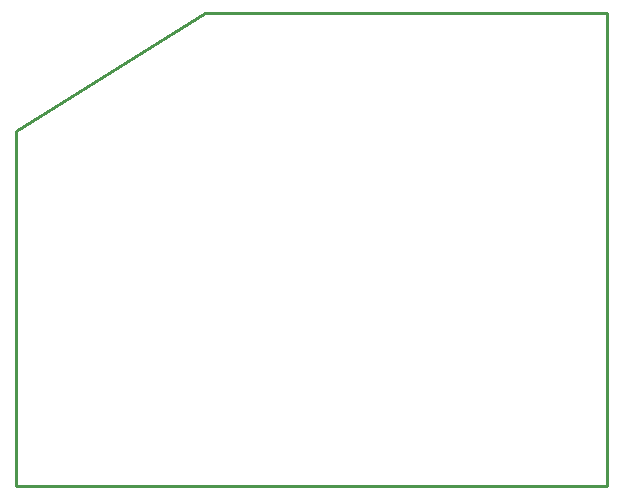
<source format=gko>
G04 Layer: BoardOutline*
G04 EasyEDA v6.4.25, 2021-11-13T16:36:47+01:00*
G04 fbf2b491685049a8bfad643619c64f1f,1776d3e4676a440d9a66004cab294cc2,10*
G04 Gerber Generator version 0.2*
G04 Scale: 100 percent, Rotated: No, Reflected: No *
G04 Dimensions in millimeters *
G04 leading zeros omitted , absolute positions ,4 integer and 5 decimal *
%FSLAX45Y45*%
%MOMM*%

%ADD10C,0.2540*%
D10*
X0Y2999999D02*
G01*
X1599999Y3999999D01*
X1600001Y3999997D02*
G01*
X5000005Y3999999D01*
X5000005Y0D01*
X0Y0D01*
X0Y0D02*
G01*
X0Y2999996D01*

%LPD*%
M02*

</source>
